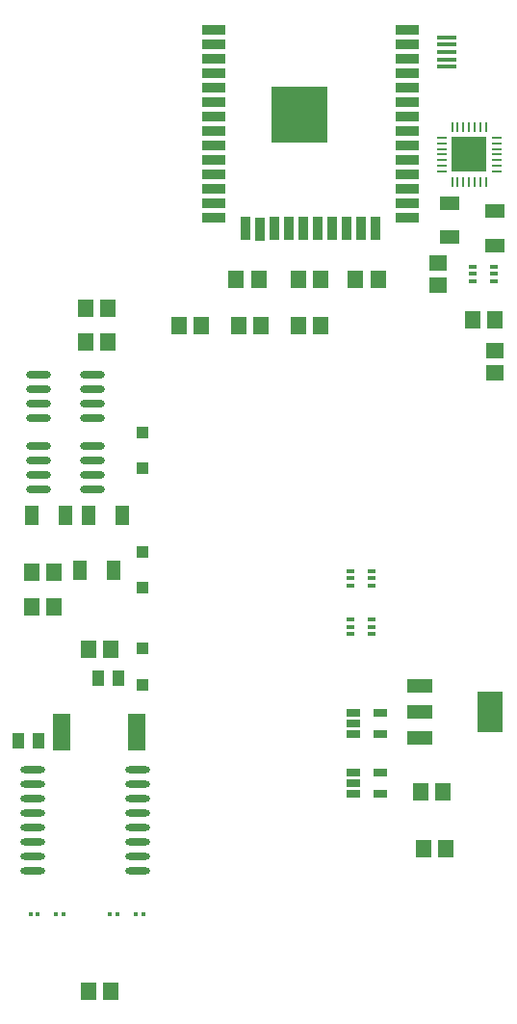
<source format=gtp>
G04 Layer_Color=7318015*
%FSLAX24Y24*%
%MOIN*%
G70*
G01*
G75*
%ADD10R,0.0532X0.0610*%
%ADD11R,0.0453X0.0709*%
%ADD12O,0.0866X0.0236*%
%ADD13R,0.0880X0.0480*%
%ADD14R,0.0870X0.1420*%
%ADD15R,0.0709X0.0453*%
%ADD16R,0.0177X0.0138*%
%ADD17R,0.0433X0.0551*%
%ADD18R,0.0512X0.0276*%
%ADD19R,0.0591X0.1260*%
%ADD20R,0.0591X0.1260*%
%ADD21R,0.0260X0.0118*%
%ADD22R,0.0394X0.0394*%
%ADD23R,0.0610X0.0532*%
%ADD24R,0.1232X0.1232*%
%ADD25O,0.0335X0.0079*%
%ADD26O,0.0079X0.0335*%
%ADD27O,0.0846X0.0236*%
%ADD28R,0.0787X0.0354*%
%ADD29R,0.0354X0.0787*%
%ADD30R,0.1969X0.1969*%
%ADD31R,0.0689X0.0157*%
D10*
X24813Y23720D02*
D03*
X25581D02*
D03*
X23612Y26378D02*
D03*
X22844D02*
D03*
X27963Y34941D02*
D03*
X28730D02*
D03*
X30699Y36516D02*
D03*
X29931D02*
D03*
X30030Y34941D02*
D03*
X30797D02*
D03*
X24715Y34350D02*
D03*
X25482D02*
D03*
X32096Y36516D02*
D03*
X32864D02*
D03*
X38100Y35138D02*
D03*
X38868D02*
D03*
X34065Y36516D02*
D03*
X34833D02*
D03*
X37195Y16831D02*
D03*
X36427D02*
D03*
X37096Y18799D02*
D03*
X36329D02*
D03*
X24715Y35531D02*
D03*
X25482D02*
D03*
X24813Y11909D02*
D03*
X25581D02*
D03*
X32864Y34941D02*
D03*
X32096D02*
D03*
X23612Y25197D02*
D03*
X22844D02*
D03*
D11*
X24508Y26476D02*
D03*
X25689D02*
D03*
X24803Y28346D02*
D03*
X25984D02*
D03*
X24016D02*
D03*
X22835D02*
D03*
D12*
X24961Y29270D02*
D03*
Y29770D02*
D03*
Y30270D02*
D03*
Y30770D02*
D03*
X23071Y29270D02*
D03*
Y29770D02*
D03*
Y30270D02*
D03*
Y30770D02*
D03*
X24961Y31730D02*
D03*
Y32230D02*
D03*
Y32730D02*
D03*
Y33230D02*
D03*
X23071Y31730D02*
D03*
Y32230D02*
D03*
Y32730D02*
D03*
Y33230D02*
D03*
D13*
X36280Y22465D02*
D03*
Y21555D02*
D03*
Y20645D02*
D03*
D14*
X38730Y21555D02*
D03*
D15*
X38878Y38878D02*
D03*
Y37697D02*
D03*
X37303Y39173D02*
D03*
Y37992D02*
D03*
D16*
X26703Y14567D02*
D03*
X26447D02*
D03*
X25817D02*
D03*
X25561D02*
D03*
X23947D02*
D03*
X23691D02*
D03*
X23061D02*
D03*
X22805D02*
D03*
D17*
X25148Y22736D02*
D03*
X25837D02*
D03*
X22392Y20571D02*
D03*
X23081D02*
D03*
D18*
X34921Y21535D02*
D03*
Y20787D02*
D03*
X33976D02*
D03*
Y21161D02*
D03*
Y21535D02*
D03*
X34921Y19468D02*
D03*
Y18720D02*
D03*
X33976D02*
D03*
Y19094D02*
D03*
Y19468D02*
D03*
D19*
X23898Y20866D02*
D03*
D20*
X26496D02*
D03*
D21*
X33890Y24764D02*
D03*
Y24508D02*
D03*
Y24252D02*
D03*
X34614D02*
D03*
Y24508D02*
D03*
Y24764D02*
D03*
Y25925D02*
D03*
Y26181D02*
D03*
Y26437D02*
D03*
X33890D02*
D03*
Y26181D02*
D03*
Y25925D02*
D03*
X38122Y36969D02*
D03*
Y36713D02*
D03*
Y36457D02*
D03*
X38846D02*
D03*
Y36713D02*
D03*
Y36969D02*
D03*
D22*
X26673Y25856D02*
D03*
Y27096D02*
D03*
Y22510D02*
D03*
Y23750D02*
D03*
Y29990D02*
D03*
Y31230D02*
D03*
D23*
X36909Y37096D02*
D03*
Y36329D02*
D03*
X38878Y33278D02*
D03*
Y34045D02*
D03*
D24*
X37992Y40846D02*
D03*
D25*
X38947Y41437D02*
D03*
Y41240D02*
D03*
Y41043D02*
D03*
Y40846D02*
D03*
Y40650D02*
D03*
Y40453D02*
D03*
Y40256D02*
D03*
X37037D02*
D03*
Y40453D02*
D03*
Y40650D02*
D03*
Y40846D02*
D03*
Y41043D02*
D03*
Y41240D02*
D03*
Y41437D02*
D03*
D26*
X38583Y39892D02*
D03*
X38386D02*
D03*
X38189D02*
D03*
X37992D02*
D03*
X37795D02*
D03*
X37598D02*
D03*
X37402D02*
D03*
Y41801D02*
D03*
X37598D02*
D03*
X37795D02*
D03*
X37992D02*
D03*
X38189D02*
D03*
X38386D02*
D03*
X38583D02*
D03*
D27*
X22894Y19565D02*
D03*
Y19065D02*
D03*
Y18565D02*
D03*
Y18065D02*
D03*
Y17565D02*
D03*
Y17065D02*
D03*
Y16565D02*
D03*
Y16065D02*
D03*
X26516Y19565D02*
D03*
Y19065D02*
D03*
Y18565D02*
D03*
Y18065D02*
D03*
Y17565D02*
D03*
Y17065D02*
D03*
Y16565D02*
D03*
Y16065D02*
D03*
D28*
X29142Y38672D02*
D03*
Y45172D02*
D03*
Y44672D02*
D03*
Y44172D02*
D03*
Y43672D02*
D03*
Y43172D02*
D03*
Y42672D02*
D03*
Y42172D02*
D03*
Y41672D02*
D03*
Y41172D02*
D03*
Y40672D02*
D03*
Y40172D02*
D03*
Y39672D02*
D03*
Y39172D02*
D03*
X35835D02*
D03*
Y39672D02*
D03*
Y40172D02*
D03*
Y40672D02*
D03*
Y41172D02*
D03*
Y41672D02*
D03*
Y42172D02*
D03*
Y42672D02*
D03*
Y43172D02*
D03*
Y43672D02*
D03*
Y44172D02*
D03*
Y44672D02*
D03*
Y45172D02*
D03*
Y38672D02*
D03*
D29*
X34238Y38279D02*
D03*
X33738D02*
D03*
X33238D02*
D03*
X32738D02*
D03*
X32238D02*
D03*
X31738D02*
D03*
X31238D02*
D03*
X30738Y38272D02*
D03*
X30238Y38279D02*
D03*
X34738D02*
D03*
D30*
X32111Y42222D02*
D03*
D31*
X37205Y44902D02*
D03*
Y44646D02*
D03*
Y43878D02*
D03*
Y44134D02*
D03*
Y44390D02*
D03*
M02*

</source>
